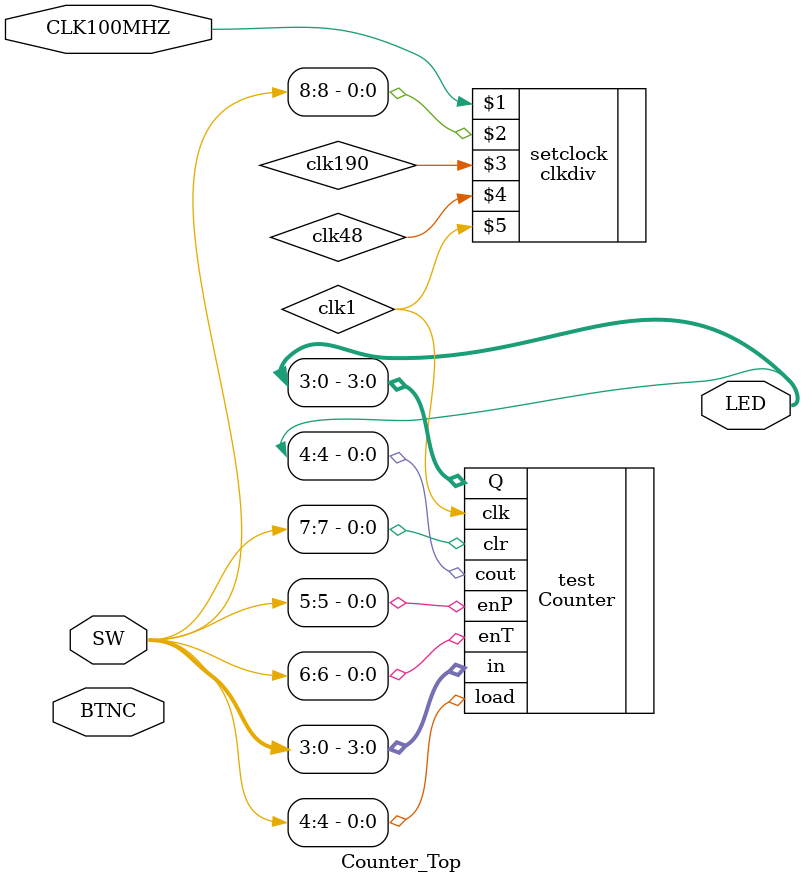
<source format=v>
`timescale 1ns / 1ps


module Counter_Top(
    input [8:0] SW,
    input BTNC,
    input CLK100MHZ,
    output [4:0] LED
    );
    wire clk190, clk1, clk48;
    clkdiv setclock(CLK100MHZ, SW[8], clk190, clk48, clk1);
    Counter test(.in(SW[3:0]), .clk(clk1), .clr(SW[7]),
        .load(SW[4]), .enP(SW[5]), .enT(SW[6]), .Q(LED[3:0]),.cout(LED[4]));
endmodule

</source>
